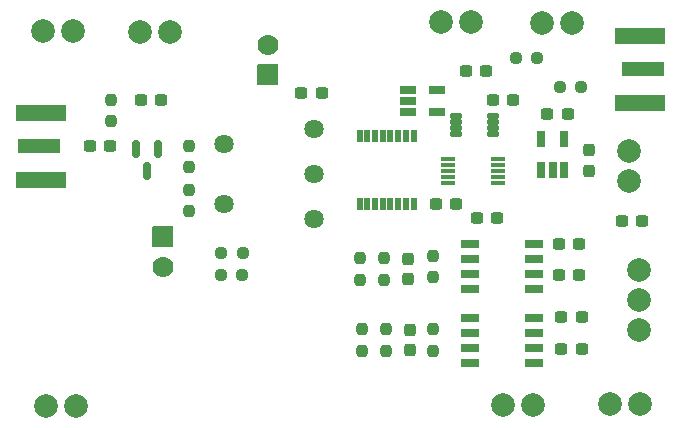
<source format=gts>
G04 #@! TF.GenerationSoftware,KiCad,Pcbnew,7.0.10*
G04 #@! TF.CreationDate,2024-04-22T16:50:03-07:00*
G04 #@! TF.ProjectId,qsd_revC,7173645f-7265-4764-932e-6b696361645f,rev?*
G04 #@! TF.SameCoordinates,Original*
G04 #@! TF.FileFunction,Soldermask,Top*
G04 #@! TF.FilePolarity,Negative*
%FSLAX46Y46*%
G04 Gerber Fmt 4.6, Leading zero omitted, Abs format (unit mm)*
G04 Created by KiCad (PCBNEW 7.0.10) date 2024-04-22 16:50:03*
%MOMM*%
%LPD*%
G01*
G04 APERTURE LIST*
G04 Aperture macros list*
%AMRoundRect*
0 Rectangle with rounded corners*
0 $1 Rounding radius*
0 $2 $3 $4 $5 $6 $7 $8 $9 X,Y pos of 4 corners*
0 Add a 4 corners polygon primitive as box body*
4,1,4,$2,$3,$4,$5,$6,$7,$8,$9,$2,$3,0*
0 Add four circle primitives for the rounded corners*
1,1,$1+$1,$2,$3*
1,1,$1+$1,$4,$5*
1,1,$1+$1,$6,$7*
1,1,$1+$1,$8,$9*
0 Add four rect primitives between the rounded corners*
20,1,$1+$1,$2,$3,$4,$5,0*
20,1,$1+$1,$4,$5,$6,$7,0*
20,1,$1+$1,$6,$7,$8,$9,0*
20,1,$1+$1,$8,$9,$2,$3,0*%
G04 Aperture macros list end*
%ADD10RoundRect,0.237500X0.300000X0.237500X-0.300000X0.237500X-0.300000X-0.237500X0.300000X-0.237500X0*%
%ADD11RoundRect,0.237500X-0.237500X0.300000X-0.237500X-0.300000X0.237500X-0.300000X0.237500X0.300000X0*%
%ADD12RoundRect,0.237500X0.237500X-0.300000X0.237500X0.300000X-0.237500X0.300000X-0.237500X-0.300000X0*%
%ADD13RoundRect,0.063500X-0.600000X-0.300000X0.600000X-0.300000X0.600000X0.300000X-0.600000X0.300000X0*%
%ADD14C,2.006600*%
%ADD15RoundRect,0.237500X-0.250000X-0.237500X0.250000X-0.237500X0.250000X0.237500X-0.250000X0.237500X0*%
%ADD16RoundRect,0.063500X-0.425000X-0.150000X0.425000X-0.150000X0.425000X0.150000X-0.425000X0.150000X0*%
%ADD17RoundRect,0.237500X0.250000X0.237500X-0.250000X0.237500X-0.250000X-0.237500X0.250000X-0.237500X0*%
%ADD18RoundRect,0.237500X-0.300000X-0.237500X0.300000X-0.237500X0.300000X0.237500X-0.300000X0.237500X0*%
%ADD19RoundRect,0.237500X-0.237500X0.250000X-0.237500X-0.250000X0.237500X-0.250000X0.237500X0.250000X0*%
%ADD20R,3.600000X1.270000*%
%ADD21R,4.200000X1.350000*%
%ADD22RoundRect,0.237500X0.237500X-0.250000X0.237500X0.250000X-0.237500X0.250000X-0.237500X-0.250000X0*%
%ADD23RoundRect,0.150000X-0.150000X0.587500X-0.150000X-0.587500X0.150000X-0.587500X0.150000X0.587500X0*%
%ADD24RoundRect,0.063500X0.825500X-0.825500X0.825500X0.825500X-0.825500X0.825500X-0.825500X-0.825500X0*%
%ADD25C,1.778000*%
%ADD26R,1.528000X0.650000*%
%ADD27C,1.627000*%
%ADD28RoundRect,0.063500X-0.300000X-0.600000X0.300000X-0.600000X0.300000X0.600000X-0.300000X0.600000X0*%
%ADD29RoundRect,0.063500X-0.175000X0.450000X-0.175000X-0.450000X0.175000X-0.450000X0.175000X0.450000X0*%
%ADD30RoundRect,0.063500X0.175000X-0.450000X0.175000X0.450000X-0.175000X0.450000X-0.175000X-0.450000X0*%
%ADD31RoundRect,0.063500X0.500000X-0.125000X0.500000X0.125000X-0.500000X0.125000X-0.500000X-0.125000X0*%
%ADD32RoundRect,0.063500X-0.500000X0.125000X-0.500000X-0.125000X0.500000X-0.125000X0.500000X0.125000X0*%
%ADD33RoundRect,0.063500X-0.825500X0.825500X-0.825500X-0.825500X0.825500X-0.825500X0.825500X0.825500X0*%
G04 APERTURE END LIST*
D10*
X161938600Y-115604600D03*
X160213600Y-115604600D03*
D11*
X162576100Y-101467100D03*
X162576100Y-103192100D03*
D12*
X147376100Y-118367100D03*
X147376100Y-116642100D03*
D10*
X161938600Y-118304600D03*
X160213600Y-118304600D03*
D11*
X147276100Y-110642100D03*
X147276100Y-112367100D03*
D13*
X147226100Y-96354600D03*
X147226100Y-97304600D03*
X147226100Y-98254600D03*
X149726100Y-98254600D03*
X149726100Y-96354600D03*
D14*
X158606100Y-90704600D03*
X161146100Y-90704600D03*
D15*
X160063600Y-96134600D03*
X161888600Y-96134600D03*
D16*
X151276100Y-98579600D03*
X151276100Y-99079600D03*
X151276100Y-99579600D03*
X151276100Y-100079600D03*
X154426100Y-100079600D03*
X154426100Y-99579600D03*
X154426100Y-99079600D03*
X154426100Y-98579600D03*
D17*
X133238600Y-110129600D03*
X131413600Y-110129600D03*
D18*
X160013600Y-112004600D03*
X161738600Y-112004600D03*
D14*
X157776100Y-123004600D03*
X155236100Y-123004600D03*
D19*
X149376100Y-110392100D03*
X149376100Y-112217100D03*
D10*
X161738600Y-109404600D03*
X160013600Y-109404600D03*
D20*
X167088600Y-94604600D03*
D21*
X166888600Y-97429600D03*
X166888600Y-91779600D03*
D10*
X156163600Y-97204600D03*
X154438600Y-97204600D03*
D14*
X119096100Y-123104600D03*
X116556100Y-123104600D03*
D19*
X145176100Y-110592100D03*
X145176100Y-112417100D03*
D10*
X167038600Y-107404600D03*
X165313600Y-107404600D03*
X160738600Y-98404600D03*
X159013600Y-98404600D03*
D22*
X143376100Y-118417100D03*
X143376100Y-116592100D03*
D19*
X122101100Y-97192100D03*
X122101100Y-99017100D03*
X145376100Y-116592100D03*
X145376100Y-118417100D03*
D22*
X128726100Y-106604600D03*
X128726100Y-104779600D03*
X128726100Y-102879600D03*
X128726100Y-101054600D03*
D14*
X166846100Y-122904600D03*
X164306100Y-122904600D03*
X166776100Y-111564600D03*
X166776100Y-114104600D03*
X166776100Y-116644600D03*
D23*
X126076100Y-101317100D03*
X124176100Y-101317100D03*
X125126100Y-103192100D03*
D24*
X126476100Y-108834600D03*
D25*
X126476100Y-111374600D03*
D10*
X126313600Y-97229600D03*
X124588600Y-97229600D03*
D26*
X152465100Y-109399600D03*
X152465100Y-110669600D03*
X152465100Y-111939600D03*
X152465100Y-113209600D03*
X157887100Y-113209600D03*
X157887100Y-111939600D03*
X157887100Y-110669600D03*
X157887100Y-109399600D03*
D14*
X116306100Y-91354600D03*
X118846100Y-91354600D03*
X152546100Y-90604600D03*
X150006100Y-90604600D03*
D27*
X131616100Y-100914600D03*
X131616100Y-105994600D03*
X139236100Y-99644600D03*
X139236100Y-103454600D03*
X139236100Y-107264600D03*
D28*
X158526100Y-103085600D03*
X159476100Y-103085600D03*
X160426100Y-103085600D03*
X160426100Y-100473600D03*
X158526100Y-100473600D03*
D20*
X115963600Y-101129600D03*
D21*
X116163600Y-98304600D03*
X116163600Y-103954600D03*
D17*
X158188600Y-93604600D03*
X156363600Y-93604600D03*
D18*
X149563600Y-105979600D03*
X151288600Y-105979600D03*
D29*
X147701100Y-100229600D03*
X147051100Y-100229600D03*
X146401100Y-100229600D03*
X145751100Y-100229600D03*
X145101100Y-100229600D03*
X144451100Y-100229600D03*
X143801100Y-100229600D03*
X143151100Y-100229600D03*
D30*
X143151100Y-105979600D03*
X143801100Y-105979600D03*
X144451100Y-105979600D03*
X145101100Y-105979600D03*
X145751100Y-105979600D03*
X146401100Y-105979600D03*
X147051100Y-105979600D03*
X147701100Y-105979600D03*
D10*
X122001100Y-101129600D03*
X120276100Y-101129600D03*
D26*
X152465100Y-115699600D03*
X152465100Y-116969600D03*
X152465100Y-118239600D03*
X152465100Y-119509600D03*
X157887100Y-119509600D03*
X157887100Y-118239600D03*
X157887100Y-116969600D03*
X157887100Y-115699600D03*
D22*
X143176100Y-112417100D03*
X143176100Y-110592100D03*
D31*
X154814200Y-104229600D03*
X154814200Y-103729600D03*
X154814200Y-103229600D03*
X154814200Y-102729600D03*
X154814200Y-102229600D03*
D32*
X150588000Y-102229600D03*
X150588000Y-102729600D03*
X150588000Y-103229600D03*
X150588000Y-103729600D03*
X150588000Y-104229600D03*
D10*
X153868600Y-94744600D03*
X152143600Y-94744600D03*
D18*
X153038600Y-107204600D03*
X154763600Y-107204600D03*
D14*
X165951100Y-101479600D03*
X165951100Y-104019600D03*
D10*
X139938600Y-96604600D03*
X138213600Y-96604600D03*
D14*
X127071100Y-91429600D03*
X124531100Y-91429600D03*
D15*
X131363600Y-112004600D03*
X133188600Y-112004600D03*
D19*
X149376100Y-116592100D03*
X149376100Y-118417100D03*
D33*
X135376100Y-95074600D03*
D25*
X135376100Y-92534600D03*
M02*

</source>
